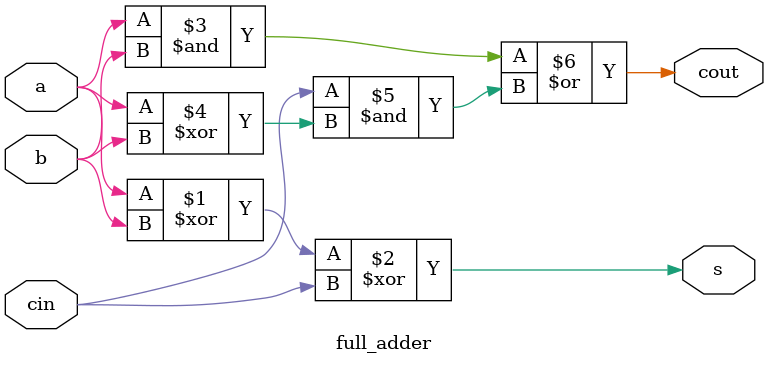
<source format=v>
module full_adder(
    input a,
    input b,
    input cin,
    output cout,
    output s
);

assign s = a ^ b ^ cin;
assign cout = a & b | ( cin & (a ^ b) );

endmodule

</source>
